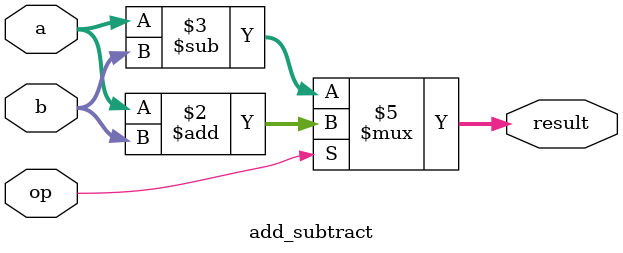
<source format=v>
/*
if (operator)
result = a + b;
else
result = a - b;
*/

// add or subtract depending on operator 
module add_subtract (
        // is like an array
    input [3:0] a, // register of for bit 0-1-2-3 
    input [3:0] b,
    input op, // to handle operation (0 = add, 1 = subtract) 

    output reg [7:0] result // Register of 8 bits 
);

always @(*) begin
    if(op)
        result = a+b; 
    else 
        result = a-b;
end
    
endmodule

</source>
